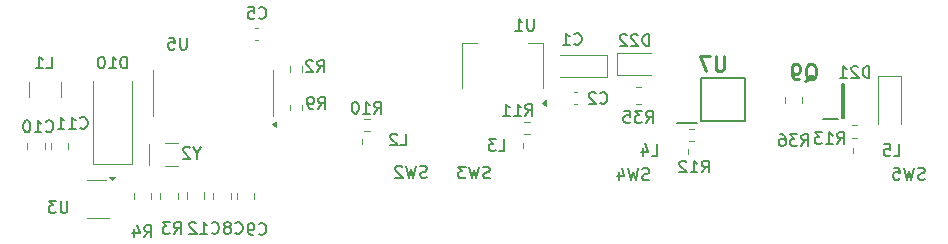
<source format=gbr>
%TF.GenerationSoftware,KiCad,Pcbnew,9.0.1*%
%TF.CreationDate,2025-06-18T23:24:53+09:00*%
%TF.ProjectId,NanoV3.3,4e616e6f-5633-42e3-932e-6b696361645f,rev?*%
%TF.SameCoordinates,Original*%
%TF.FileFunction,Legend,Bot*%
%TF.FilePolarity,Positive*%
%FSLAX46Y46*%
G04 Gerber Fmt 4.6, Leading zero omitted, Abs format (unit mm)*
G04 Created by KiCad (PCBNEW 9.0.1) date 2025-06-18 23:24:53*
%MOMM*%
%LPD*%
G01*
G04 APERTURE LIST*
%ADD10C,0.150000*%
%ADD11C,0.254000*%
%ADD12C,0.120000*%
%ADD13C,0.200000*%
G04 APERTURE END LIST*
D10*
X98666666Y-130454819D02*
X98999999Y-129978628D01*
X99238094Y-130454819D02*
X99238094Y-129454819D01*
X99238094Y-129454819D02*
X98857142Y-129454819D01*
X98857142Y-129454819D02*
X98761904Y-129502438D01*
X98761904Y-129502438D02*
X98714285Y-129550057D01*
X98714285Y-129550057D02*
X98666666Y-129645295D01*
X98666666Y-129645295D02*
X98666666Y-129788152D01*
X98666666Y-129788152D02*
X98714285Y-129883390D01*
X98714285Y-129883390D02*
X98761904Y-129931009D01*
X98761904Y-129931009D02*
X98857142Y-129978628D01*
X98857142Y-129978628D02*
X99238094Y-129978628D01*
X98333332Y-129454819D02*
X97714285Y-129454819D01*
X97714285Y-129454819D02*
X98047618Y-129835771D01*
X98047618Y-129835771D02*
X97904761Y-129835771D01*
X97904761Y-129835771D02*
X97809523Y-129883390D01*
X97809523Y-129883390D02*
X97761904Y-129931009D01*
X97761904Y-129931009D02*
X97714285Y-130026247D01*
X97714285Y-130026247D02*
X97714285Y-130264342D01*
X97714285Y-130264342D02*
X97761904Y-130359580D01*
X97761904Y-130359580D02*
X97809523Y-130407200D01*
X97809523Y-130407200D02*
X97904761Y-130454819D01*
X97904761Y-130454819D02*
X98190475Y-130454819D01*
X98190475Y-130454819D02*
X98285713Y-130407200D01*
X98285713Y-130407200D02*
X98333332Y-130359580D01*
X159627030Y-123859819D02*
X160103220Y-123859819D01*
X160103220Y-123859819D02*
X160103220Y-122859819D01*
X158817506Y-122859819D02*
X159293696Y-122859819D01*
X159293696Y-122859819D02*
X159341315Y-123336009D01*
X159341315Y-123336009D02*
X159293696Y-123288390D01*
X159293696Y-123288390D02*
X159198458Y-123240771D01*
X159198458Y-123240771D02*
X158960363Y-123240771D01*
X158960363Y-123240771D02*
X158865125Y-123288390D01*
X158865125Y-123288390D02*
X158817506Y-123336009D01*
X158817506Y-123336009D02*
X158769887Y-123431247D01*
X158769887Y-123431247D02*
X158769887Y-123669342D01*
X158769887Y-123669342D02*
X158817506Y-123764580D01*
X158817506Y-123764580D02*
X158865125Y-123812200D01*
X158865125Y-123812200D02*
X158960363Y-123859819D01*
X158960363Y-123859819D02*
X159198458Y-123859819D01*
X159198458Y-123859819D02*
X159293696Y-123812200D01*
X159293696Y-123812200D02*
X159341315Y-123764580D01*
X143380115Y-125254819D02*
X143713448Y-124778628D01*
X143951543Y-125254819D02*
X143951543Y-124254819D01*
X143951543Y-124254819D02*
X143570591Y-124254819D01*
X143570591Y-124254819D02*
X143475353Y-124302438D01*
X143475353Y-124302438D02*
X143427734Y-124350057D01*
X143427734Y-124350057D02*
X143380115Y-124445295D01*
X143380115Y-124445295D02*
X143380115Y-124588152D01*
X143380115Y-124588152D02*
X143427734Y-124683390D01*
X143427734Y-124683390D02*
X143475353Y-124731009D01*
X143475353Y-124731009D02*
X143570591Y-124778628D01*
X143570591Y-124778628D02*
X143951543Y-124778628D01*
X142427734Y-125254819D02*
X142999162Y-125254819D01*
X142713448Y-125254819D02*
X142713448Y-124254819D01*
X142713448Y-124254819D02*
X142808686Y-124397676D01*
X142808686Y-124397676D02*
X142903924Y-124492914D01*
X142903924Y-124492914D02*
X142999162Y-124540533D01*
X142046781Y-124350057D02*
X141999162Y-124302438D01*
X141999162Y-124302438D02*
X141903924Y-124254819D01*
X141903924Y-124254819D02*
X141665829Y-124254819D01*
X141665829Y-124254819D02*
X141570591Y-124302438D01*
X141570591Y-124302438D02*
X141522972Y-124350057D01*
X141522972Y-124350057D02*
X141475353Y-124445295D01*
X141475353Y-124445295D02*
X141475353Y-124540533D01*
X141475353Y-124540533D02*
X141522972Y-124683390D01*
X141522972Y-124683390D02*
X142094400Y-125254819D01*
X142094400Y-125254819D02*
X141475353Y-125254819D01*
X90742857Y-121459580D02*
X90790476Y-121507200D01*
X90790476Y-121507200D02*
X90933333Y-121554819D01*
X90933333Y-121554819D02*
X91028571Y-121554819D01*
X91028571Y-121554819D02*
X91171428Y-121507200D01*
X91171428Y-121507200D02*
X91266666Y-121411961D01*
X91266666Y-121411961D02*
X91314285Y-121316723D01*
X91314285Y-121316723D02*
X91361904Y-121126247D01*
X91361904Y-121126247D02*
X91361904Y-120983390D01*
X91361904Y-120983390D02*
X91314285Y-120792914D01*
X91314285Y-120792914D02*
X91266666Y-120697676D01*
X91266666Y-120697676D02*
X91171428Y-120602438D01*
X91171428Y-120602438D02*
X91028571Y-120554819D01*
X91028571Y-120554819D02*
X90933333Y-120554819D01*
X90933333Y-120554819D02*
X90790476Y-120602438D01*
X90790476Y-120602438D02*
X90742857Y-120650057D01*
X89790476Y-121554819D02*
X90361904Y-121554819D01*
X90076190Y-121554819D02*
X90076190Y-120554819D01*
X90076190Y-120554819D02*
X90171428Y-120697676D01*
X90171428Y-120697676D02*
X90266666Y-120792914D01*
X90266666Y-120792914D02*
X90361904Y-120840533D01*
X88838095Y-121554819D02*
X89409523Y-121554819D01*
X89123809Y-121554819D02*
X89123809Y-120554819D01*
X89123809Y-120554819D02*
X89219047Y-120697676D01*
X89219047Y-120697676D02*
X89314285Y-120792914D01*
X89314285Y-120792914D02*
X89409523Y-120840533D01*
X139127030Y-123829819D02*
X139603220Y-123829819D01*
X139603220Y-123829819D02*
X139603220Y-122829819D01*
X138365125Y-123163152D02*
X138365125Y-123829819D01*
X138603220Y-122782200D02*
X138841315Y-123496485D01*
X138841315Y-123496485D02*
X138222268Y-123496485D01*
X103866666Y-130359580D02*
X103914285Y-130407200D01*
X103914285Y-130407200D02*
X104057142Y-130454819D01*
X104057142Y-130454819D02*
X104152380Y-130454819D01*
X104152380Y-130454819D02*
X104295237Y-130407200D01*
X104295237Y-130407200D02*
X104390475Y-130311961D01*
X104390475Y-130311961D02*
X104438094Y-130216723D01*
X104438094Y-130216723D02*
X104485713Y-130026247D01*
X104485713Y-130026247D02*
X104485713Y-129883390D01*
X104485713Y-129883390D02*
X104438094Y-129692914D01*
X104438094Y-129692914D02*
X104390475Y-129597676D01*
X104390475Y-129597676D02*
X104295237Y-129502438D01*
X104295237Y-129502438D02*
X104152380Y-129454819D01*
X104152380Y-129454819D02*
X104057142Y-129454819D01*
X104057142Y-129454819D02*
X103914285Y-129502438D01*
X103914285Y-129502438D02*
X103866666Y-129550057D01*
X103295237Y-129883390D02*
X103390475Y-129835771D01*
X103390475Y-129835771D02*
X103438094Y-129788152D01*
X103438094Y-129788152D02*
X103485713Y-129692914D01*
X103485713Y-129692914D02*
X103485713Y-129645295D01*
X103485713Y-129645295D02*
X103438094Y-129550057D01*
X103438094Y-129550057D02*
X103390475Y-129502438D01*
X103390475Y-129502438D02*
X103295237Y-129454819D01*
X103295237Y-129454819D02*
X103104761Y-129454819D01*
X103104761Y-129454819D02*
X103009523Y-129502438D01*
X103009523Y-129502438D02*
X102961904Y-129550057D01*
X102961904Y-129550057D02*
X102914285Y-129645295D01*
X102914285Y-129645295D02*
X102914285Y-129692914D01*
X102914285Y-129692914D02*
X102961904Y-129788152D01*
X102961904Y-129788152D02*
X103009523Y-129835771D01*
X103009523Y-129835771D02*
X103104761Y-129883390D01*
X103104761Y-129883390D02*
X103295237Y-129883390D01*
X103295237Y-129883390D02*
X103390475Y-129931009D01*
X103390475Y-129931009D02*
X103438094Y-129978628D01*
X103438094Y-129978628D02*
X103485713Y-130073866D01*
X103485713Y-130073866D02*
X103485713Y-130264342D01*
X103485713Y-130264342D02*
X103438094Y-130359580D01*
X103438094Y-130359580D02*
X103390475Y-130407200D01*
X103390475Y-130407200D02*
X103295237Y-130454819D01*
X103295237Y-130454819D02*
X103104761Y-130454819D01*
X103104761Y-130454819D02*
X103009523Y-130407200D01*
X103009523Y-130407200D02*
X102961904Y-130359580D01*
X102961904Y-130359580D02*
X102914285Y-130264342D01*
X102914285Y-130264342D02*
X102914285Y-130073866D01*
X102914285Y-130073866D02*
X102961904Y-129978628D01*
X102961904Y-129978628D02*
X103009523Y-129931009D01*
X103009523Y-129931009D02*
X103104761Y-129883390D01*
X87842857Y-121759580D02*
X87890476Y-121807200D01*
X87890476Y-121807200D02*
X88033333Y-121854819D01*
X88033333Y-121854819D02*
X88128571Y-121854819D01*
X88128571Y-121854819D02*
X88271428Y-121807200D01*
X88271428Y-121807200D02*
X88366666Y-121711961D01*
X88366666Y-121711961D02*
X88414285Y-121616723D01*
X88414285Y-121616723D02*
X88461904Y-121426247D01*
X88461904Y-121426247D02*
X88461904Y-121283390D01*
X88461904Y-121283390D02*
X88414285Y-121092914D01*
X88414285Y-121092914D02*
X88366666Y-120997676D01*
X88366666Y-120997676D02*
X88271428Y-120902438D01*
X88271428Y-120902438D02*
X88128571Y-120854819D01*
X88128571Y-120854819D02*
X88033333Y-120854819D01*
X88033333Y-120854819D02*
X87890476Y-120902438D01*
X87890476Y-120902438D02*
X87842857Y-120950057D01*
X86890476Y-121854819D02*
X87461904Y-121854819D01*
X87176190Y-121854819D02*
X87176190Y-120854819D01*
X87176190Y-120854819D02*
X87271428Y-120997676D01*
X87271428Y-120997676D02*
X87366666Y-121092914D01*
X87366666Y-121092914D02*
X87461904Y-121140533D01*
X86271428Y-120854819D02*
X86176190Y-120854819D01*
X86176190Y-120854819D02*
X86080952Y-120902438D01*
X86080952Y-120902438D02*
X86033333Y-120950057D01*
X86033333Y-120950057D02*
X85985714Y-121045295D01*
X85985714Y-121045295D02*
X85938095Y-121235771D01*
X85938095Y-121235771D02*
X85938095Y-121473866D01*
X85938095Y-121473866D02*
X85985714Y-121664342D01*
X85985714Y-121664342D02*
X86033333Y-121759580D01*
X86033333Y-121759580D02*
X86080952Y-121807200D01*
X86080952Y-121807200D02*
X86176190Y-121854819D01*
X86176190Y-121854819D02*
X86271428Y-121854819D01*
X86271428Y-121854819D02*
X86366666Y-121807200D01*
X86366666Y-121807200D02*
X86414285Y-121759580D01*
X86414285Y-121759580D02*
X86461904Y-121664342D01*
X86461904Y-121664342D02*
X86509523Y-121473866D01*
X86509523Y-121473866D02*
X86509523Y-121235771D01*
X86509523Y-121235771D02*
X86461904Y-121045295D01*
X86461904Y-121045295D02*
X86414285Y-120950057D01*
X86414285Y-120950057D02*
X86366666Y-120902438D01*
X86366666Y-120902438D02*
X86271428Y-120854819D01*
X134766666Y-119359580D02*
X134814285Y-119407200D01*
X134814285Y-119407200D02*
X134957142Y-119454819D01*
X134957142Y-119454819D02*
X135052380Y-119454819D01*
X135052380Y-119454819D02*
X135195237Y-119407200D01*
X135195237Y-119407200D02*
X135290475Y-119311961D01*
X135290475Y-119311961D02*
X135338094Y-119216723D01*
X135338094Y-119216723D02*
X135385713Y-119026247D01*
X135385713Y-119026247D02*
X135385713Y-118883390D01*
X135385713Y-118883390D02*
X135338094Y-118692914D01*
X135338094Y-118692914D02*
X135290475Y-118597676D01*
X135290475Y-118597676D02*
X135195237Y-118502438D01*
X135195237Y-118502438D02*
X135052380Y-118454819D01*
X135052380Y-118454819D02*
X134957142Y-118454819D01*
X134957142Y-118454819D02*
X134814285Y-118502438D01*
X134814285Y-118502438D02*
X134766666Y-118550057D01*
X134385713Y-118550057D02*
X134338094Y-118502438D01*
X134338094Y-118502438D02*
X134242856Y-118454819D01*
X134242856Y-118454819D02*
X134004761Y-118454819D01*
X134004761Y-118454819D02*
X133909523Y-118502438D01*
X133909523Y-118502438D02*
X133861904Y-118550057D01*
X133861904Y-118550057D02*
X133814285Y-118645295D01*
X133814285Y-118645295D02*
X133814285Y-118740533D01*
X133814285Y-118740533D02*
X133861904Y-118883390D01*
X133861904Y-118883390D02*
X134433332Y-119454819D01*
X134433332Y-119454819D02*
X133814285Y-119454819D01*
X110826666Y-116754819D02*
X111159999Y-116278628D01*
X111398094Y-116754819D02*
X111398094Y-115754819D01*
X111398094Y-115754819D02*
X111017142Y-115754819D01*
X111017142Y-115754819D02*
X110921904Y-115802438D01*
X110921904Y-115802438D02*
X110874285Y-115850057D01*
X110874285Y-115850057D02*
X110826666Y-115945295D01*
X110826666Y-115945295D02*
X110826666Y-116088152D01*
X110826666Y-116088152D02*
X110874285Y-116183390D01*
X110874285Y-116183390D02*
X110921904Y-116231009D01*
X110921904Y-116231009D02*
X111017142Y-116278628D01*
X111017142Y-116278628D02*
X111398094Y-116278628D01*
X110445713Y-115850057D02*
X110398094Y-115802438D01*
X110398094Y-115802438D02*
X110302856Y-115754819D01*
X110302856Y-115754819D02*
X110064761Y-115754819D01*
X110064761Y-115754819D02*
X109969523Y-115802438D01*
X109969523Y-115802438D02*
X109921904Y-115850057D01*
X109921904Y-115850057D02*
X109874285Y-115945295D01*
X109874285Y-115945295D02*
X109874285Y-116040533D01*
X109874285Y-116040533D02*
X109921904Y-116183390D01*
X109921904Y-116183390D02*
X110493332Y-116754819D01*
X110493332Y-116754819D02*
X109874285Y-116754819D01*
D11*
X152120952Y-117495270D02*
X152241904Y-117434794D01*
X152241904Y-117434794D02*
X152362857Y-117313842D01*
X152362857Y-117313842D02*
X152544285Y-117132413D01*
X152544285Y-117132413D02*
X152665238Y-117071937D01*
X152665238Y-117071937D02*
X152786190Y-117071937D01*
X152725714Y-117374318D02*
X152846666Y-117313842D01*
X152846666Y-117313842D02*
X152967619Y-117192889D01*
X152967619Y-117192889D02*
X153028095Y-116950984D01*
X153028095Y-116950984D02*
X153028095Y-116527651D01*
X153028095Y-116527651D02*
X152967619Y-116285746D01*
X152967619Y-116285746D02*
X152846666Y-116164794D01*
X152846666Y-116164794D02*
X152725714Y-116104318D01*
X152725714Y-116104318D02*
X152483809Y-116104318D01*
X152483809Y-116104318D02*
X152362857Y-116164794D01*
X152362857Y-116164794D02*
X152241904Y-116285746D01*
X152241904Y-116285746D02*
X152181428Y-116527651D01*
X152181428Y-116527651D02*
X152181428Y-116950984D01*
X152181428Y-116950984D02*
X152241904Y-117192889D01*
X152241904Y-117192889D02*
X152362857Y-117313842D01*
X152362857Y-117313842D02*
X152483809Y-117374318D01*
X152483809Y-117374318D02*
X152725714Y-117374318D01*
X151576666Y-117374318D02*
X151334762Y-117374318D01*
X151334762Y-117374318D02*
X151213809Y-117313842D01*
X151213809Y-117313842D02*
X151153333Y-117253365D01*
X151153333Y-117253365D02*
X151032381Y-117071937D01*
X151032381Y-117071937D02*
X150971904Y-116830032D01*
X150971904Y-116830032D02*
X150971904Y-116346222D01*
X150971904Y-116346222D02*
X151032381Y-116225270D01*
X151032381Y-116225270D02*
X151092857Y-116164794D01*
X151092857Y-116164794D02*
X151213809Y-116104318D01*
X151213809Y-116104318D02*
X151455714Y-116104318D01*
X151455714Y-116104318D02*
X151576666Y-116164794D01*
X151576666Y-116164794D02*
X151637143Y-116225270D01*
X151637143Y-116225270D02*
X151697619Y-116346222D01*
X151697619Y-116346222D02*
X151697619Y-116648603D01*
X151697619Y-116648603D02*
X151637143Y-116769556D01*
X151637143Y-116769556D02*
X151576666Y-116830032D01*
X151576666Y-116830032D02*
X151455714Y-116890508D01*
X151455714Y-116890508D02*
X151213809Y-116890508D01*
X151213809Y-116890508D02*
X151092857Y-116830032D01*
X151092857Y-116830032D02*
X151032381Y-116769556D01*
X151032381Y-116769556D02*
X150971904Y-116648603D01*
X145267619Y-115404318D02*
X145267619Y-116432413D01*
X145267619Y-116432413D02*
X145207142Y-116553365D01*
X145207142Y-116553365D02*
X145146666Y-116613842D01*
X145146666Y-116613842D02*
X145025714Y-116674318D01*
X145025714Y-116674318D02*
X144783809Y-116674318D01*
X144783809Y-116674318D02*
X144662857Y-116613842D01*
X144662857Y-116613842D02*
X144602380Y-116553365D01*
X144602380Y-116553365D02*
X144541904Y-116432413D01*
X144541904Y-116432413D02*
X144541904Y-115404318D01*
X144058095Y-115404318D02*
X143211428Y-115404318D01*
X143211428Y-115404318D02*
X143755714Y-116674318D01*
D10*
X125424173Y-125722200D02*
X125281316Y-125769819D01*
X125281316Y-125769819D02*
X125043221Y-125769819D01*
X125043221Y-125769819D02*
X124947983Y-125722200D01*
X124947983Y-125722200D02*
X124900364Y-125674580D01*
X124900364Y-125674580D02*
X124852745Y-125579342D01*
X124852745Y-125579342D02*
X124852745Y-125484104D01*
X124852745Y-125484104D02*
X124900364Y-125388866D01*
X124900364Y-125388866D02*
X124947983Y-125341247D01*
X124947983Y-125341247D02*
X125043221Y-125293628D01*
X125043221Y-125293628D02*
X125233697Y-125246009D01*
X125233697Y-125246009D02*
X125328935Y-125198390D01*
X125328935Y-125198390D02*
X125376554Y-125150771D01*
X125376554Y-125150771D02*
X125424173Y-125055533D01*
X125424173Y-125055533D02*
X125424173Y-124960295D01*
X125424173Y-124960295D02*
X125376554Y-124865057D01*
X125376554Y-124865057D02*
X125328935Y-124817438D01*
X125328935Y-124817438D02*
X125233697Y-124769819D01*
X125233697Y-124769819D02*
X124995602Y-124769819D01*
X124995602Y-124769819D02*
X124852745Y-124817438D01*
X124519411Y-124769819D02*
X124281316Y-125769819D01*
X124281316Y-125769819D02*
X124090840Y-125055533D01*
X124090840Y-125055533D02*
X123900364Y-125769819D01*
X123900364Y-125769819D02*
X123662269Y-124769819D01*
X123376554Y-124769819D02*
X122757507Y-124769819D01*
X122757507Y-124769819D02*
X123090840Y-125150771D01*
X123090840Y-125150771D02*
X122947983Y-125150771D01*
X122947983Y-125150771D02*
X122852745Y-125198390D01*
X122852745Y-125198390D02*
X122805126Y-125246009D01*
X122805126Y-125246009D02*
X122757507Y-125341247D01*
X122757507Y-125341247D02*
X122757507Y-125579342D01*
X122757507Y-125579342D02*
X122805126Y-125674580D01*
X122805126Y-125674580D02*
X122852745Y-125722200D01*
X122852745Y-125722200D02*
X122947983Y-125769819D01*
X122947983Y-125769819D02*
X123233697Y-125769819D01*
X123233697Y-125769819D02*
X123328935Y-125722200D01*
X123328935Y-125722200D02*
X123376554Y-125674580D01*
X105866666Y-112159580D02*
X105914285Y-112207200D01*
X105914285Y-112207200D02*
X106057142Y-112254819D01*
X106057142Y-112254819D02*
X106152380Y-112254819D01*
X106152380Y-112254819D02*
X106295237Y-112207200D01*
X106295237Y-112207200D02*
X106390475Y-112111961D01*
X106390475Y-112111961D02*
X106438094Y-112016723D01*
X106438094Y-112016723D02*
X106485713Y-111826247D01*
X106485713Y-111826247D02*
X106485713Y-111683390D01*
X106485713Y-111683390D02*
X106438094Y-111492914D01*
X106438094Y-111492914D02*
X106390475Y-111397676D01*
X106390475Y-111397676D02*
X106295237Y-111302438D01*
X106295237Y-111302438D02*
X106152380Y-111254819D01*
X106152380Y-111254819D02*
X106057142Y-111254819D01*
X106057142Y-111254819D02*
X105914285Y-111302438D01*
X105914285Y-111302438D02*
X105866666Y-111350057D01*
X104961904Y-111254819D02*
X105438094Y-111254819D01*
X105438094Y-111254819D02*
X105485713Y-111731009D01*
X105485713Y-111731009D02*
X105438094Y-111683390D01*
X105438094Y-111683390D02*
X105342856Y-111635771D01*
X105342856Y-111635771D02*
X105104761Y-111635771D01*
X105104761Y-111635771D02*
X105009523Y-111683390D01*
X105009523Y-111683390D02*
X104961904Y-111731009D01*
X104961904Y-111731009D02*
X104914285Y-111826247D01*
X104914285Y-111826247D02*
X104914285Y-112064342D01*
X104914285Y-112064342D02*
X104961904Y-112159580D01*
X104961904Y-112159580D02*
X105009523Y-112207200D01*
X105009523Y-112207200D02*
X105104761Y-112254819D01*
X105104761Y-112254819D02*
X105342856Y-112254819D01*
X105342856Y-112254819D02*
X105438094Y-112207200D01*
X105438094Y-112207200D02*
X105485713Y-112159580D01*
X132566666Y-114359580D02*
X132614285Y-114407200D01*
X132614285Y-114407200D02*
X132757142Y-114454819D01*
X132757142Y-114454819D02*
X132852380Y-114454819D01*
X132852380Y-114454819D02*
X132995237Y-114407200D01*
X132995237Y-114407200D02*
X133090475Y-114311961D01*
X133090475Y-114311961D02*
X133138094Y-114216723D01*
X133138094Y-114216723D02*
X133185713Y-114026247D01*
X133185713Y-114026247D02*
X133185713Y-113883390D01*
X133185713Y-113883390D02*
X133138094Y-113692914D01*
X133138094Y-113692914D02*
X133090475Y-113597676D01*
X133090475Y-113597676D02*
X132995237Y-113502438D01*
X132995237Y-113502438D02*
X132852380Y-113454819D01*
X132852380Y-113454819D02*
X132757142Y-113454819D01*
X132757142Y-113454819D02*
X132614285Y-113502438D01*
X132614285Y-113502438D02*
X132566666Y-113550057D01*
X131614285Y-114454819D02*
X132185713Y-114454819D01*
X131899999Y-114454819D02*
X131899999Y-113454819D01*
X131899999Y-113454819D02*
X131995237Y-113597676D01*
X131995237Y-113597676D02*
X132090475Y-113692914D01*
X132090475Y-113692914D02*
X132185713Y-113740533D01*
X128442857Y-120454819D02*
X128776190Y-119978628D01*
X129014285Y-120454819D02*
X129014285Y-119454819D01*
X129014285Y-119454819D02*
X128633333Y-119454819D01*
X128633333Y-119454819D02*
X128538095Y-119502438D01*
X128538095Y-119502438D02*
X128490476Y-119550057D01*
X128490476Y-119550057D02*
X128442857Y-119645295D01*
X128442857Y-119645295D02*
X128442857Y-119788152D01*
X128442857Y-119788152D02*
X128490476Y-119883390D01*
X128490476Y-119883390D02*
X128538095Y-119931009D01*
X128538095Y-119931009D02*
X128633333Y-119978628D01*
X128633333Y-119978628D02*
X129014285Y-119978628D01*
X127490476Y-120454819D02*
X128061904Y-120454819D01*
X127776190Y-120454819D02*
X127776190Y-119454819D01*
X127776190Y-119454819D02*
X127871428Y-119597676D01*
X127871428Y-119597676D02*
X127966666Y-119692914D01*
X127966666Y-119692914D02*
X128061904Y-119740533D01*
X126538095Y-120454819D02*
X127109523Y-120454819D01*
X126823809Y-120454819D02*
X126823809Y-119454819D01*
X126823809Y-119454819D02*
X126919047Y-119597676D01*
X126919047Y-119597676D02*
X127014285Y-119692914D01*
X127014285Y-119692914D02*
X127109523Y-119740533D01*
X138914285Y-114554819D02*
X138914285Y-113554819D01*
X138914285Y-113554819D02*
X138676190Y-113554819D01*
X138676190Y-113554819D02*
X138533333Y-113602438D01*
X138533333Y-113602438D02*
X138438095Y-113697676D01*
X138438095Y-113697676D02*
X138390476Y-113792914D01*
X138390476Y-113792914D02*
X138342857Y-113983390D01*
X138342857Y-113983390D02*
X138342857Y-114126247D01*
X138342857Y-114126247D02*
X138390476Y-114316723D01*
X138390476Y-114316723D02*
X138438095Y-114411961D01*
X138438095Y-114411961D02*
X138533333Y-114507200D01*
X138533333Y-114507200D02*
X138676190Y-114554819D01*
X138676190Y-114554819D02*
X138914285Y-114554819D01*
X137961904Y-113650057D02*
X137914285Y-113602438D01*
X137914285Y-113602438D02*
X137819047Y-113554819D01*
X137819047Y-113554819D02*
X137580952Y-113554819D01*
X137580952Y-113554819D02*
X137485714Y-113602438D01*
X137485714Y-113602438D02*
X137438095Y-113650057D01*
X137438095Y-113650057D02*
X137390476Y-113745295D01*
X137390476Y-113745295D02*
X137390476Y-113840533D01*
X137390476Y-113840533D02*
X137438095Y-113983390D01*
X137438095Y-113983390D02*
X138009523Y-114554819D01*
X138009523Y-114554819D02*
X137390476Y-114554819D01*
X137009523Y-113650057D02*
X136961904Y-113602438D01*
X136961904Y-113602438D02*
X136866666Y-113554819D01*
X136866666Y-113554819D02*
X136628571Y-113554819D01*
X136628571Y-113554819D02*
X136533333Y-113602438D01*
X136533333Y-113602438D02*
X136485714Y-113650057D01*
X136485714Y-113650057D02*
X136438095Y-113745295D01*
X136438095Y-113745295D02*
X136438095Y-113840533D01*
X136438095Y-113840533D02*
X136485714Y-113983390D01*
X136485714Y-113983390D02*
X137057142Y-114554819D01*
X137057142Y-114554819D02*
X136438095Y-114554819D01*
X105866666Y-130459580D02*
X105914285Y-130507200D01*
X105914285Y-130507200D02*
X106057142Y-130554819D01*
X106057142Y-130554819D02*
X106152380Y-130554819D01*
X106152380Y-130554819D02*
X106295237Y-130507200D01*
X106295237Y-130507200D02*
X106390475Y-130411961D01*
X106390475Y-130411961D02*
X106438094Y-130316723D01*
X106438094Y-130316723D02*
X106485713Y-130126247D01*
X106485713Y-130126247D02*
X106485713Y-129983390D01*
X106485713Y-129983390D02*
X106438094Y-129792914D01*
X106438094Y-129792914D02*
X106390475Y-129697676D01*
X106390475Y-129697676D02*
X106295237Y-129602438D01*
X106295237Y-129602438D02*
X106152380Y-129554819D01*
X106152380Y-129554819D02*
X106057142Y-129554819D01*
X106057142Y-129554819D02*
X105914285Y-129602438D01*
X105914285Y-129602438D02*
X105866666Y-129650057D01*
X105390475Y-130554819D02*
X105199999Y-130554819D01*
X105199999Y-130554819D02*
X105104761Y-130507200D01*
X105104761Y-130507200D02*
X105057142Y-130459580D01*
X105057142Y-130459580D02*
X104961904Y-130316723D01*
X104961904Y-130316723D02*
X104914285Y-130126247D01*
X104914285Y-130126247D02*
X104914285Y-129745295D01*
X104914285Y-129745295D02*
X104961904Y-129650057D01*
X104961904Y-129650057D02*
X105009523Y-129602438D01*
X105009523Y-129602438D02*
X105104761Y-129554819D01*
X105104761Y-129554819D02*
X105295237Y-129554819D01*
X105295237Y-129554819D02*
X105390475Y-129602438D01*
X105390475Y-129602438D02*
X105438094Y-129650057D01*
X105438094Y-129650057D02*
X105485713Y-129745295D01*
X105485713Y-129745295D02*
X105485713Y-129983390D01*
X105485713Y-129983390D02*
X105438094Y-130078628D01*
X105438094Y-130078628D02*
X105390475Y-130126247D01*
X105390475Y-130126247D02*
X105295237Y-130173866D01*
X105295237Y-130173866D02*
X105104761Y-130173866D01*
X105104761Y-130173866D02*
X105009523Y-130126247D01*
X105009523Y-130126247D02*
X104961904Y-130078628D01*
X104961904Y-130078628D02*
X104914285Y-129983390D01*
X99761904Y-113854819D02*
X99761904Y-114664342D01*
X99761904Y-114664342D02*
X99714285Y-114759580D01*
X99714285Y-114759580D02*
X99666666Y-114807200D01*
X99666666Y-114807200D02*
X99571428Y-114854819D01*
X99571428Y-114854819D02*
X99380952Y-114854819D01*
X99380952Y-114854819D02*
X99285714Y-114807200D01*
X99285714Y-114807200D02*
X99238095Y-114759580D01*
X99238095Y-114759580D02*
X99190476Y-114664342D01*
X99190476Y-114664342D02*
X99190476Y-113854819D01*
X98238095Y-113854819D02*
X98714285Y-113854819D01*
X98714285Y-113854819D02*
X98761904Y-114331009D01*
X98761904Y-114331009D02*
X98714285Y-114283390D01*
X98714285Y-114283390D02*
X98619047Y-114235771D01*
X98619047Y-114235771D02*
X98380952Y-114235771D01*
X98380952Y-114235771D02*
X98285714Y-114283390D01*
X98285714Y-114283390D02*
X98238095Y-114331009D01*
X98238095Y-114331009D02*
X98190476Y-114426247D01*
X98190476Y-114426247D02*
X98190476Y-114664342D01*
X98190476Y-114664342D02*
X98238095Y-114759580D01*
X98238095Y-114759580D02*
X98285714Y-114807200D01*
X98285714Y-114807200D02*
X98380952Y-114854819D01*
X98380952Y-114854819D02*
X98619047Y-114854819D01*
X98619047Y-114854819D02*
X98714285Y-114807200D01*
X98714285Y-114807200D02*
X98761904Y-114759580D01*
X151802857Y-123014819D02*
X152136190Y-122538628D01*
X152374285Y-123014819D02*
X152374285Y-122014819D01*
X152374285Y-122014819D02*
X151993333Y-122014819D01*
X151993333Y-122014819D02*
X151898095Y-122062438D01*
X151898095Y-122062438D02*
X151850476Y-122110057D01*
X151850476Y-122110057D02*
X151802857Y-122205295D01*
X151802857Y-122205295D02*
X151802857Y-122348152D01*
X151802857Y-122348152D02*
X151850476Y-122443390D01*
X151850476Y-122443390D02*
X151898095Y-122491009D01*
X151898095Y-122491009D02*
X151993333Y-122538628D01*
X151993333Y-122538628D02*
X152374285Y-122538628D01*
X151469523Y-122014819D02*
X150850476Y-122014819D01*
X150850476Y-122014819D02*
X151183809Y-122395771D01*
X151183809Y-122395771D02*
X151040952Y-122395771D01*
X151040952Y-122395771D02*
X150945714Y-122443390D01*
X150945714Y-122443390D02*
X150898095Y-122491009D01*
X150898095Y-122491009D02*
X150850476Y-122586247D01*
X150850476Y-122586247D02*
X150850476Y-122824342D01*
X150850476Y-122824342D02*
X150898095Y-122919580D01*
X150898095Y-122919580D02*
X150945714Y-122967200D01*
X150945714Y-122967200D02*
X151040952Y-123014819D01*
X151040952Y-123014819D02*
X151326666Y-123014819D01*
X151326666Y-123014819D02*
X151421904Y-122967200D01*
X151421904Y-122967200D02*
X151469523Y-122919580D01*
X149993333Y-122014819D02*
X150183809Y-122014819D01*
X150183809Y-122014819D02*
X150279047Y-122062438D01*
X150279047Y-122062438D02*
X150326666Y-122110057D01*
X150326666Y-122110057D02*
X150421904Y-122252914D01*
X150421904Y-122252914D02*
X150469523Y-122443390D01*
X150469523Y-122443390D02*
X150469523Y-122824342D01*
X150469523Y-122824342D02*
X150421904Y-122919580D01*
X150421904Y-122919580D02*
X150374285Y-122967200D01*
X150374285Y-122967200D02*
X150279047Y-123014819D01*
X150279047Y-123014819D02*
X150088571Y-123014819D01*
X150088571Y-123014819D02*
X149993333Y-122967200D01*
X149993333Y-122967200D02*
X149945714Y-122919580D01*
X149945714Y-122919580D02*
X149898095Y-122824342D01*
X149898095Y-122824342D02*
X149898095Y-122586247D01*
X149898095Y-122586247D02*
X149945714Y-122491009D01*
X149945714Y-122491009D02*
X149993333Y-122443390D01*
X149993333Y-122443390D02*
X150088571Y-122395771D01*
X150088571Y-122395771D02*
X150279047Y-122395771D01*
X150279047Y-122395771D02*
X150374285Y-122443390D01*
X150374285Y-122443390D02*
X150421904Y-122491009D01*
X150421904Y-122491009D02*
X150469523Y-122586247D01*
X157554285Y-117254819D02*
X157554285Y-116254819D01*
X157554285Y-116254819D02*
X157316190Y-116254819D01*
X157316190Y-116254819D02*
X157173333Y-116302438D01*
X157173333Y-116302438D02*
X157078095Y-116397676D01*
X157078095Y-116397676D02*
X157030476Y-116492914D01*
X157030476Y-116492914D02*
X156982857Y-116683390D01*
X156982857Y-116683390D02*
X156982857Y-116826247D01*
X156982857Y-116826247D02*
X157030476Y-117016723D01*
X157030476Y-117016723D02*
X157078095Y-117111961D01*
X157078095Y-117111961D02*
X157173333Y-117207200D01*
X157173333Y-117207200D02*
X157316190Y-117254819D01*
X157316190Y-117254819D02*
X157554285Y-117254819D01*
X156601904Y-116350057D02*
X156554285Y-116302438D01*
X156554285Y-116302438D02*
X156459047Y-116254819D01*
X156459047Y-116254819D02*
X156220952Y-116254819D01*
X156220952Y-116254819D02*
X156125714Y-116302438D01*
X156125714Y-116302438D02*
X156078095Y-116350057D01*
X156078095Y-116350057D02*
X156030476Y-116445295D01*
X156030476Y-116445295D02*
X156030476Y-116540533D01*
X156030476Y-116540533D02*
X156078095Y-116683390D01*
X156078095Y-116683390D02*
X156649523Y-117254819D01*
X156649523Y-117254819D02*
X156030476Y-117254819D01*
X155078095Y-117254819D02*
X155649523Y-117254819D01*
X155363809Y-117254819D02*
X155363809Y-116254819D01*
X155363809Y-116254819D02*
X155459047Y-116397676D01*
X155459047Y-116397676D02*
X155554285Y-116492914D01*
X155554285Y-116492914D02*
X155649523Y-116540533D01*
X138642857Y-121054819D02*
X138976190Y-120578628D01*
X139214285Y-121054819D02*
X139214285Y-120054819D01*
X139214285Y-120054819D02*
X138833333Y-120054819D01*
X138833333Y-120054819D02*
X138738095Y-120102438D01*
X138738095Y-120102438D02*
X138690476Y-120150057D01*
X138690476Y-120150057D02*
X138642857Y-120245295D01*
X138642857Y-120245295D02*
X138642857Y-120388152D01*
X138642857Y-120388152D02*
X138690476Y-120483390D01*
X138690476Y-120483390D02*
X138738095Y-120531009D01*
X138738095Y-120531009D02*
X138833333Y-120578628D01*
X138833333Y-120578628D02*
X139214285Y-120578628D01*
X138309523Y-120054819D02*
X137690476Y-120054819D01*
X137690476Y-120054819D02*
X138023809Y-120435771D01*
X138023809Y-120435771D02*
X137880952Y-120435771D01*
X137880952Y-120435771D02*
X137785714Y-120483390D01*
X137785714Y-120483390D02*
X137738095Y-120531009D01*
X137738095Y-120531009D02*
X137690476Y-120626247D01*
X137690476Y-120626247D02*
X137690476Y-120864342D01*
X137690476Y-120864342D02*
X137738095Y-120959580D01*
X137738095Y-120959580D02*
X137785714Y-121007200D01*
X137785714Y-121007200D02*
X137880952Y-121054819D01*
X137880952Y-121054819D02*
X138166666Y-121054819D01*
X138166666Y-121054819D02*
X138261904Y-121007200D01*
X138261904Y-121007200D02*
X138309523Y-120959580D01*
X136785714Y-120054819D02*
X137261904Y-120054819D01*
X137261904Y-120054819D02*
X137309523Y-120531009D01*
X137309523Y-120531009D02*
X137261904Y-120483390D01*
X137261904Y-120483390D02*
X137166666Y-120435771D01*
X137166666Y-120435771D02*
X136928571Y-120435771D01*
X136928571Y-120435771D02*
X136833333Y-120483390D01*
X136833333Y-120483390D02*
X136785714Y-120531009D01*
X136785714Y-120531009D02*
X136738095Y-120626247D01*
X136738095Y-120626247D02*
X136738095Y-120864342D01*
X136738095Y-120864342D02*
X136785714Y-120959580D01*
X136785714Y-120959580D02*
X136833333Y-121007200D01*
X136833333Y-121007200D02*
X136928571Y-121054819D01*
X136928571Y-121054819D02*
X137166666Y-121054819D01*
X137166666Y-121054819D02*
X137261904Y-121007200D01*
X137261904Y-121007200D02*
X137309523Y-120959580D01*
X126187030Y-123439819D02*
X126663220Y-123439819D01*
X126663220Y-123439819D02*
X126663220Y-122439819D01*
X125948934Y-122439819D02*
X125329887Y-122439819D01*
X125329887Y-122439819D02*
X125663220Y-122820771D01*
X125663220Y-122820771D02*
X125520363Y-122820771D01*
X125520363Y-122820771D02*
X125425125Y-122868390D01*
X125425125Y-122868390D02*
X125377506Y-122916009D01*
X125377506Y-122916009D02*
X125329887Y-123011247D01*
X125329887Y-123011247D02*
X125329887Y-123249342D01*
X125329887Y-123249342D02*
X125377506Y-123344580D01*
X125377506Y-123344580D02*
X125425125Y-123392200D01*
X125425125Y-123392200D02*
X125520363Y-123439819D01*
X125520363Y-123439819D02*
X125806077Y-123439819D01*
X125806077Y-123439819D02*
X125901315Y-123392200D01*
X125901315Y-123392200D02*
X125948934Y-123344580D01*
X101877857Y-130359580D02*
X101925476Y-130407200D01*
X101925476Y-130407200D02*
X102068333Y-130454819D01*
X102068333Y-130454819D02*
X102163571Y-130454819D01*
X102163571Y-130454819D02*
X102306428Y-130407200D01*
X102306428Y-130407200D02*
X102401666Y-130311961D01*
X102401666Y-130311961D02*
X102449285Y-130216723D01*
X102449285Y-130216723D02*
X102496904Y-130026247D01*
X102496904Y-130026247D02*
X102496904Y-129883390D01*
X102496904Y-129883390D02*
X102449285Y-129692914D01*
X102449285Y-129692914D02*
X102401666Y-129597676D01*
X102401666Y-129597676D02*
X102306428Y-129502438D01*
X102306428Y-129502438D02*
X102163571Y-129454819D01*
X102163571Y-129454819D02*
X102068333Y-129454819D01*
X102068333Y-129454819D02*
X101925476Y-129502438D01*
X101925476Y-129502438D02*
X101877857Y-129550057D01*
X100925476Y-130454819D02*
X101496904Y-130454819D01*
X101211190Y-130454819D02*
X101211190Y-129454819D01*
X101211190Y-129454819D02*
X101306428Y-129597676D01*
X101306428Y-129597676D02*
X101401666Y-129692914D01*
X101401666Y-129692914D02*
X101496904Y-129740533D01*
X100544523Y-129550057D02*
X100496904Y-129502438D01*
X100496904Y-129502438D02*
X100401666Y-129454819D01*
X100401666Y-129454819D02*
X100163571Y-129454819D01*
X100163571Y-129454819D02*
X100068333Y-129502438D01*
X100068333Y-129502438D02*
X100020714Y-129550057D01*
X100020714Y-129550057D02*
X99973095Y-129645295D01*
X99973095Y-129645295D02*
X99973095Y-129740533D01*
X99973095Y-129740533D02*
X100020714Y-129883390D01*
X100020714Y-129883390D02*
X100592142Y-130454819D01*
X100592142Y-130454819D02*
X99973095Y-130454819D01*
X120090839Y-125662200D02*
X119947982Y-125709819D01*
X119947982Y-125709819D02*
X119709887Y-125709819D01*
X119709887Y-125709819D02*
X119614649Y-125662200D01*
X119614649Y-125662200D02*
X119567030Y-125614580D01*
X119567030Y-125614580D02*
X119519411Y-125519342D01*
X119519411Y-125519342D02*
X119519411Y-125424104D01*
X119519411Y-125424104D02*
X119567030Y-125328866D01*
X119567030Y-125328866D02*
X119614649Y-125281247D01*
X119614649Y-125281247D02*
X119709887Y-125233628D01*
X119709887Y-125233628D02*
X119900363Y-125186009D01*
X119900363Y-125186009D02*
X119995601Y-125138390D01*
X119995601Y-125138390D02*
X120043220Y-125090771D01*
X120043220Y-125090771D02*
X120090839Y-124995533D01*
X120090839Y-124995533D02*
X120090839Y-124900295D01*
X120090839Y-124900295D02*
X120043220Y-124805057D01*
X120043220Y-124805057D02*
X119995601Y-124757438D01*
X119995601Y-124757438D02*
X119900363Y-124709819D01*
X119900363Y-124709819D02*
X119662268Y-124709819D01*
X119662268Y-124709819D02*
X119519411Y-124757438D01*
X119186077Y-124709819D02*
X118947982Y-125709819D01*
X118947982Y-125709819D02*
X118757506Y-124995533D01*
X118757506Y-124995533D02*
X118567030Y-125709819D01*
X118567030Y-125709819D02*
X118328935Y-124709819D01*
X117995601Y-124805057D02*
X117947982Y-124757438D01*
X117947982Y-124757438D02*
X117852744Y-124709819D01*
X117852744Y-124709819D02*
X117614649Y-124709819D01*
X117614649Y-124709819D02*
X117519411Y-124757438D01*
X117519411Y-124757438D02*
X117471792Y-124805057D01*
X117471792Y-124805057D02*
X117424173Y-124900295D01*
X117424173Y-124900295D02*
X117424173Y-124995533D01*
X117424173Y-124995533D02*
X117471792Y-125138390D01*
X117471792Y-125138390D02*
X118043220Y-125709819D01*
X118043220Y-125709819D02*
X117424173Y-125709819D01*
X115642857Y-120274819D02*
X115976190Y-119798628D01*
X116214285Y-120274819D02*
X116214285Y-119274819D01*
X116214285Y-119274819D02*
X115833333Y-119274819D01*
X115833333Y-119274819D02*
X115738095Y-119322438D01*
X115738095Y-119322438D02*
X115690476Y-119370057D01*
X115690476Y-119370057D02*
X115642857Y-119465295D01*
X115642857Y-119465295D02*
X115642857Y-119608152D01*
X115642857Y-119608152D02*
X115690476Y-119703390D01*
X115690476Y-119703390D02*
X115738095Y-119751009D01*
X115738095Y-119751009D02*
X115833333Y-119798628D01*
X115833333Y-119798628D02*
X116214285Y-119798628D01*
X114690476Y-120274819D02*
X115261904Y-120274819D01*
X114976190Y-120274819D02*
X114976190Y-119274819D01*
X114976190Y-119274819D02*
X115071428Y-119417676D01*
X115071428Y-119417676D02*
X115166666Y-119512914D01*
X115166666Y-119512914D02*
X115261904Y-119560533D01*
X114071428Y-119274819D02*
X113976190Y-119274819D01*
X113976190Y-119274819D02*
X113880952Y-119322438D01*
X113880952Y-119322438D02*
X113833333Y-119370057D01*
X113833333Y-119370057D02*
X113785714Y-119465295D01*
X113785714Y-119465295D02*
X113738095Y-119655771D01*
X113738095Y-119655771D02*
X113738095Y-119893866D01*
X113738095Y-119893866D02*
X113785714Y-120084342D01*
X113785714Y-120084342D02*
X113833333Y-120179580D01*
X113833333Y-120179580D02*
X113880952Y-120227200D01*
X113880952Y-120227200D02*
X113976190Y-120274819D01*
X113976190Y-120274819D02*
X114071428Y-120274819D01*
X114071428Y-120274819D02*
X114166666Y-120227200D01*
X114166666Y-120227200D02*
X114214285Y-120179580D01*
X114214285Y-120179580D02*
X114261904Y-120084342D01*
X114261904Y-120084342D02*
X114309523Y-119893866D01*
X114309523Y-119893866D02*
X114309523Y-119655771D01*
X114309523Y-119655771D02*
X114261904Y-119465295D01*
X114261904Y-119465295D02*
X114214285Y-119370057D01*
X114214285Y-119370057D02*
X114166666Y-119322438D01*
X114166666Y-119322438D02*
X114071428Y-119274819D01*
X138907505Y-125862200D02*
X138764648Y-125909819D01*
X138764648Y-125909819D02*
X138526553Y-125909819D01*
X138526553Y-125909819D02*
X138431315Y-125862200D01*
X138431315Y-125862200D02*
X138383696Y-125814580D01*
X138383696Y-125814580D02*
X138336077Y-125719342D01*
X138336077Y-125719342D02*
X138336077Y-125624104D01*
X138336077Y-125624104D02*
X138383696Y-125528866D01*
X138383696Y-125528866D02*
X138431315Y-125481247D01*
X138431315Y-125481247D02*
X138526553Y-125433628D01*
X138526553Y-125433628D02*
X138717029Y-125386009D01*
X138717029Y-125386009D02*
X138812267Y-125338390D01*
X138812267Y-125338390D02*
X138859886Y-125290771D01*
X138859886Y-125290771D02*
X138907505Y-125195533D01*
X138907505Y-125195533D02*
X138907505Y-125100295D01*
X138907505Y-125100295D02*
X138859886Y-125005057D01*
X138859886Y-125005057D02*
X138812267Y-124957438D01*
X138812267Y-124957438D02*
X138717029Y-124909819D01*
X138717029Y-124909819D02*
X138478934Y-124909819D01*
X138478934Y-124909819D02*
X138336077Y-124957438D01*
X138002743Y-124909819D02*
X137764648Y-125909819D01*
X137764648Y-125909819D02*
X137574172Y-125195533D01*
X137574172Y-125195533D02*
X137383696Y-125909819D01*
X137383696Y-125909819D02*
X137145601Y-124909819D01*
X136336077Y-125243152D02*
X136336077Y-125909819D01*
X136574172Y-124862200D02*
X136812267Y-125576485D01*
X136812267Y-125576485D02*
X136193220Y-125576485D01*
X129161904Y-112254819D02*
X129161904Y-113064342D01*
X129161904Y-113064342D02*
X129114285Y-113159580D01*
X129114285Y-113159580D02*
X129066666Y-113207200D01*
X129066666Y-113207200D02*
X128971428Y-113254819D01*
X128971428Y-113254819D02*
X128780952Y-113254819D01*
X128780952Y-113254819D02*
X128685714Y-113207200D01*
X128685714Y-113207200D02*
X128638095Y-113159580D01*
X128638095Y-113159580D02*
X128590476Y-113064342D01*
X128590476Y-113064342D02*
X128590476Y-112254819D01*
X127590476Y-113254819D02*
X128161904Y-113254819D01*
X127876190Y-113254819D02*
X127876190Y-112254819D01*
X127876190Y-112254819D02*
X127971428Y-112397676D01*
X127971428Y-112397676D02*
X128066666Y-112492914D01*
X128066666Y-112492914D02*
X128161904Y-112540533D01*
X110896666Y-119874819D02*
X111229999Y-119398628D01*
X111468094Y-119874819D02*
X111468094Y-118874819D01*
X111468094Y-118874819D02*
X111087142Y-118874819D01*
X111087142Y-118874819D02*
X110991904Y-118922438D01*
X110991904Y-118922438D02*
X110944285Y-118970057D01*
X110944285Y-118970057D02*
X110896666Y-119065295D01*
X110896666Y-119065295D02*
X110896666Y-119208152D01*
X110896666Y-119208152D02*
X110944285Y-119303390D01*
X110944285Y-119303390D02*
X110991904Y-119351009D01*
X110991904Y-119351009D02*
X111087142Y-119398628D01*
X111087142Y-119398628D02*
X111468094Y-119398628D01*
X110420475Y-119874819D02*
X110229999Y-119874819D01*
X110229999Y-119874819D02*
X110134761Y-119827200D01*
X110134761Y-119827200D02*
X110087142Y-119779580D01*
X110087142Y-119779580D02*
X109991904Y-119636723D01*
X109991904Y-119636723D02*
X109944285Y-119446247D01*
X109944285Y-119446247D02*
X109944285Y-119065295D01*
X109944285Y-119065295D02*
X109991904Y-118970057D01*
X109991904Y-118970057D02*
X110039523Y-118922438D01*
X110039523Y-118922438D02*
X110134761Y-118874819D01*
X110134761Y-118874819D02*
X110325237Y-118874819D01*
X110325237Y-118874819D02*
X110420475Y-118922438D01*
X110420475Y-118922438D02*
X110468094Y-118970057D01*
X110468094Y-118970057D02*
X110515713Y-119065295D01*
X110515713Y-119065295D02*
X110515713Y-119303390D01*
X110515713Y-119303390D02*
X110468094Y-119398628D01*
X110468094Y-119398628D02*
X110420475Y-119446247D01*
X110420475Y-119446247D02*
X110325237Y-119493866D01*
X110325237Y-119493866D02*
X110134761Y-119493866D01*
X110134761Y-119493866D02*
X110039523Y-119446247D01*
X110039523Y-119446247D02*
X109991904Y-119398628D01*
X109991904Y-119398628D02*
X109944285Y-119303390D01*
X162240839Y-125822200D02*
X162097982Y-125869819D01*
X162097982Y-125869819D02*
X161859887Y-125869819D01*
X161859887Y-125869819D02*
X161764649Y-125822200D01*
X161764649Y-125822200D02*
X161717030Y-125774580D01*
X161717030Y-125774580D02*
X161669411Y-125679342D01*
X161669411Y-125679342D02*
X161669411Y-125584104D01*
X161669411Y-125584104D02*
X161717030Y-125488866D01*
X161717030Y-125488866D02*
X161764649Y-125441247D01*
X161764649Y-125441247D02*
X161859887Y-125393628D01*
X161859887Y-125393628D02*
X162050363Y-125346009D01*
X162050363Y-125346009D02*
X162145601Y-125298390D01*
X162145601Y-125298390D02*
X162193220Y-125250771D01*
X162193220Y-125250771D02*
X162240839Y-125155533D01*
X162240839Y-125155533D02*
X162240839Y-125060295D01*
X162240839Y-125060295D02*
X162193220Y-124965057D01*
X162193220Y-124965057D02*
X162145601Y-124917438D01*
X162145601Y-124917438D02*
X162050363Y-124869819D01*
X162050363Y-124869819D02*
X161812268Y-124869819D01*
X161812268Y-124869819D02*
X161669411Y-124917438D01*
X161336077Y-124869819D02*
X161097982Y-125869819D01*
X161097982Y-125869819D02*
X160907506Y-125155533D01*
X160907506Y-125155533D02*
X160717030Y-125869819D01*
X160717030Y-125869819D02*
X160478935Y-124869819D01*
X159621792Y-124869819D02*
X160097982Y-124869819D01*
X160097982Y-124869819D02*
X160145601Y-125346009D01*
X160145601Y-125346009D02*
X160097982Y-125298390D01*
X160097982Y-125298390D02*
X160002744Y-125250771D01*
X160002744Y-125250771D02*
X159764649Y-125250771D01*
X159764649Y-125250771D02*
X159669411Y-125298390D01*
X159669411Y-125298390D02*
X159621792Y-125346009D01*
X159621792Y-125346009D02*
X159574173Y-125441247D01*
X159574173Y-125441247D02*
X159574173Y-125679342D01*
X159574173Y-125679342D02*
X159621792Y-125774580D01*
X159621792Y-125774580D02*
X159669411Y-125822200D01*
X159669411Y-125822200D02*
X159764649Y-125869819D01*
X159764649Y-125869819D02*
X160002744Y-125869819D01*
X160002744Y-125869819D02*
X160097982Y-125822200D01*
X160097982Y-125822200D02*
X160145601Y-125774580D01*
X100646190Y-123608628D02*
X100646190Y-124084819D01*
X100979523Y-123084819D02*
X100646190Y-123608628D01*
X100646190Y-123608628D02*
X100312857Y-123084819D01*
X100027142Y-123180057D02*
X99979523Y-123132438D01*
X99979523Y-123132438D02*
X99884285Y-123084819D01*
X99884285Y-123084819D02*
X99646190Y-123084819D01*
X99646190Y-123084819D02*
X99550952Y-123132438D01*
X99550952Y-123132438D02*
X99503333Y-123180057D01*
X99503333Y-123180057D02*
X99455714Y-123275295D01*
X99455714Y-123275295D02*
X99455714Y-123370533D01*
X99455714Y-123370533D02*
X99503333Y-123513390D01*
X99503333Y-123513390D02*
X100074761Y-124084819D01*
X100074761Y-124084819D02*
X99455714Y-124084819D01*
X87866666Y-116454819D02*
X88342856Y-116454819D01*
X88342856Y-116454819D02*
X88342856Y-115454819D01*
X87009523Y-116454819D02*
X87580951Y-116454819D01*
X87295237Y-116454819D02*
X87295237Y-115454819D01*
X87295237Y-115454819D02*
X87390475Y-115597676D01*
X87390475Y-115597676D02*
X87485713Y-115692914D01*
X87485713Y-115692914D02*
X87580951Y-115740533D01*
X154842857Y-122854819D02*
X155176190Y-122378628D01*
X155414285Y-122854819D02*
X155414285Y-121854819D01*
X155414285Y-121854819D02*
X155033333Y-121854819D01*
X155033333Y-121854819D02*
X154938095Y-121902438D01*
X154938095Y-121902438D02*
X154890476Y-121950057D01*
X154890476Y-121950057D02*
X154842857Y-122045295D01*
X154842857Y-122045295D02*
X154842857Y-122188152D01*
X154842857Y-122188152D02*
X154890476Y-122283390D01*
X154890476Y-122283390D02*
X154938095Y-122331009D01*
X154938095Y-122331009D02*
X155033333Y-122378628D01*
X155033333Y-122378628D02*
X155414285Y-122378628D01*
X153890476Y-122854819D02*
X154461904Y-122854819D01*
X154176190Y-122854819D02*
X154176190Y-121854819D01*
X154176190Y-121854819D02*
X154271428Y-121997676D01*
X154271428Y-121997676D02*
X154366666Y-122092914D01*
X154366666Y-122092914D02*
X154461904Y-122140533D01*
X153557142Y-121854819D02*
X152938095Y-121854819D01*
X152938095Y-121854819D02*
X153271428Y-122235771D01*
X153271428Y-122235771D02*
X153128571Y-122235771D01*
X153128571Y-122235771D02*
X153033333Y-122283390D01*
X153033333Y-122283390D02*
X152985714Y-122331009D01*
X152985714Y-122331009D02*
X152938095Y-122426247D01*
X152938095Y-122426247D02*
X152938095Y-122664342D01*
X152938095Y-122664342D02*
X152985714Y-122759580D01*
X152985714Y-122759580D02*
X153033333Y-122807200D01*
X153033333Y-122807200D02*
X153128571Y-122854819D01*
X153128571Y-122854819D02*
X153414285Y-122854819D01*
X153414285Y-122854819D02*
X153509523Y-122807200D01*
X153509523Y-122807200D02*
X153557142Y-122759580D01*
X94714285Y-116454819D02*
X94714285Y-115454819D01*
X94714285Y-115454819D02*
X94476190Y-115454819D01*
X94476190Y-115454819D02*
X94333333Y-115502438D01*
X94333333Y-115502438D02*
X94238095Y-115597676D01*
X94238095Y-115597676D02*
X94190476Y-115692914D01*
X94190476Y-115692914D02*
X94142857Y-115883390D01*
X94142857Y-115883390D02*
X94142857Y-116026247D01*
X94142857Y-116026247D02*
X94190476Y-116216723D01*
X94190476Y-116216723D02*
X94238095Y-116311961D01*
X94238095Y-116311961D02*
X94333333Y-116407200D01*
X94333333Y-116407200D02*
X94476190Y-116454819D01*
X94476190Y-116454819D02*
X94714285Y-116454819D01*
X93190476Y-116454819D02*
X93761904Y-116454819D01*
X93476190Y-116454819D02*
X93476190Y-115454819D01*
X93476190Y-115454819D02*
X93571428Y-115597676D01*
X93571428Y-115597676D02*
X93666666Y-115692914D01*
X93666666Y-115692914D02*
X93761904Y-115740533D01*
X92571428Y-115454819D02*
X92476190Y-115454819D01*
X92476190Y-115454819D02*
X92380952Y-115502438D01*
X92380952Y-115502438D02*
X92333333Y-115550057D01*
X92333333Y-115550057D02*
X92285714Y-115645295D01*
X92285714Y-115645295D02*
X92238095Y-115835771D01*
X92238095Y-115835771D02*
X92238095Y-116073866D01*
X92238095Y-116073866D02*
X92285714Y-116264342D01*
X92285714Y-116264342D02*
X92333333Y-116359580D01*
X92333333Y-116359580D02*
X92380952Y-116407200D01*
X92380952Y-116407200D02*
X92476190Y-116454819D01*
X92476190Y-116454819D02*
X92571428Y-116454819D01*
X92571428Y-116454819D02*
X92666666Y-116407200D01*
X92666666Y-116407200D02*
X92714285Y-116359580D01*
X92714285Y-116359580D02*
X92761904Y-116264342D01*
X92761904Y-116264342D02*
X92809523Y-116073866D01*
X92809523Y-116073866D02*
X92809523Y-115835771D01*
X92809523Y-115835771D02*
X92761904Y-115645295D01*
X92761904Y-115645295D02*
X92714285Y-115550057D01*
X92714285Y-115550057D02*
X92666666Y-115502438D01*
X92666666Y-115502438D02*
X92571428Y-115454819D01*
X117857030Y-122969819D02*
X118333220Y-122969819D01*
X118333220Y-122969819D02*
X118333220Y-121969819D01*
X117571315Y-122065057D02*
X117523696Y-122017438D01*
X117523696Y-122017438D02*
X117428458Y-121969819D01*
X117428458Y-121969819D02*
X117190363Y-121969819D01*
X117190363Y-121969819D02*
X117095125Y-122017438D01*
X117095125Y-122017438D02*
X117047506Y-122065057D01*
X117047506Y-122065057D02*
X116999887Y-122160295D01*
X116999887Y-122160295D02*
X116999887Y-122255533D01*
X116999887Y-122255533D02*
X117047506Y-122398390D01*
X117047506Y-122398390D02*
X117618934Y-122969819D01*
X117618934Y-122969819D02*
X116999887Y-122969819D01*
X89651904Y-127674819D02*
X89651904Y-128484342D01*
X89651904Y-128484342D02*
X89604285Y-128579580D01*
X89604285Y-128579580D02*
X89556666Y-128627200D01*
X89556666Y-128627200D02*
X89461428Y-128674819D01*
X89461428Y-128674819D02*
X89270952Y-128674819D01*
X89270952Y-128674819D02*
X89175714Y-128627200D01*
X89175714Y-128627200D02*
X89128095Y-128579580D01*
X89128095Y-128579580D02*
X89080476Y-128484342D01*
X89080476Y-128484342D02*
X89080476Y-127674819D01*
X88699523Y-127674819D02*
X88080476Y-127674819D01*
X88080476Y-127674819D02*
X88413809Y-128055771D01*
X88413809Y-128055771D02*
X88270952Y-128055771D01*
X88270952Y-128055771D02*
X88175714Y-128103390D01*
X88175714Y-128103390D02*
X88128095Y-128151009D01*
X88128095Y-128151009D02*
X88080476Y-128246247D01*
X88080476Y-128246247D02*
X88080476Y-128484342D01*
X88080476Y-128484342D02*
X88128095Y-128579580D01*
X88128095Y-128579580D02*
X88175714Y-128627200D01*
X88175714Y-128627200D02*
X88270952Y-128674819D01*
X88270952Y-128674819D02*
X88556666Y-128674819D01*
X88556666Y-128674819D02*
X88651904Y-128627200D01*
X88651904Y-128627200D02*
X88699523Y-128579580D01*
X96166666Y-130754819D02*
X96499999Y-130278628D01*
X96738094Y-130754819D02*
X96738094Y-129754819D01*
X96738094Y-129754819D02*
X96357142Y-129754819D01*
X96357142Y-129754819D02*
X96261904Y-129802438D01*
X96261904Y-129802438D02*
X96214285Y-129850057D01*
X96214285Y-129850057D02*
X96166666Y-129945295D01*
X96166666Y-129945295D02*
X96166666Y-130088152D01*
X96166666Y-130088152D02*
X96214285Y-130183390D01*
X96214285Y-130183390D02*
X96261904Y-130231009D01*
X96261904Y-130231009D02*
X96357142Y-130278628D01*
X96357142Y-130278628D02*
X96738094Y-130278628D01*
X95309523Y-130088152D02*
X95309523Y-130754819D01*
X95547618Y-129707200D02*
X95785713Y-130421485D01*
X95785713Y-130421485D02*
X95166666Y-130421485D01*
D12*
%TO.C,R3*%
X97515000Y-127022936D02*
X97515000Y-127477064D01*
X98985000Y-127022936D02*
X98985000Y-127477064D01*
%TO.C,L5*%
X156200000Y-123200000D02*
X156200000Y-123600000D01*
%TO.C,R12*%
X142737258Y-121577500D02*
X142262742Y-121577500D01*
X142737258Y-122622500D02*
X142262742Y-122622500D01*
%TO.C,C11*%
X88265000Y-122738748D02*
X88265000Y-123261252D01*
X89735000Y-122738748D02*
X89735000Y-123261252D01*
%TO.C,L4*%
X142200000Y-123300000D02*
X142200000Y-123700000D01*
%TO.C,C8*%
X102015000Y-126988748D02*
X102015000Y-127511252D01*
X103485000Y-126988748D02*
X103485000Y-127511252D01*
%TO.C,C10*%
X86265000Y-122738748D02*
X86265000Y-123261252D01*
X87735000Y-122738748D02*
X87735000Y-123261252D01*
%TO.C,C2*%
X132813080Y-118470000D02*
X132531920Y-118470000D01*
X132813080Y-119490000D02*
X132531920Y-119490000D01*
%TO.C,R2*%
X108477500Y-116737258D02*
X108477500Y-116262742D01*
X109522500Y-116737258D02*
X109522500Y-116262742D01*
D13*
%TO.C,Q9*%
X153625000Y-120710000D02*
X154875000Y-120710000D01*
X155225000Y-117745000D02*
X155225000Y-120665000D01*
X155225000Y-120665000D02*
X155375000Y-120665000D01*
X155375000Y-117745000D02*
X155225000Y-117745000D01*
X155375000Y-120665000D02*
X155375000Y-117745000D01*
%TO.C,U7*%
X141230000Y-121045000D02*
X142980000Y-121045000D01*
X143330000Y-117300000D02*
X143330000Y-120900000D01*
X143330000Y-120900000D02*
X147030000Y-120900000D01*
X147030000Y-117300000D02*
X143330000Y-117300000D01*
X147030000Y-120900000D02*
X147030000Y-117300000D01*
D12*
%TO.C,C5*%
X105534420Y-113015000D02*
X105815580Y-113015000D01*
X105534420Y-114035000D02*
X105815580Y-114035000D01*
%TO.C,C1*%
X131400000Y-115295000D02*
X135320000Y-115295000D01*
X135320000Y-115295000D02*
X135320000Y-117205000D01*
X135320000Y-117205000D02*
X131400000Y-117205000D01*
%TO.C,R11*%
X128812258Y-120977500D02*
X128337742Y-120977500D01*
X128812258Y-122022500D02*
X128337742Y-122022500D01*
%TO.C,D22*%
X136212500Y-115130000D02*
X139072500Y-115130000D01*
X136212500Y-117050000D02*
X136212500Y-115130000D01*
X139072500Y-117050000D02*
X136212500Y-117050000D01*
%TO.C,C9*%
X104015000Y-126988748D02*
X104015000Y-127511252D01*
X105485000Y-126988748D02*
X105485000Y-127511252D01*
%TO.C,U5*%
X96940000Y-118500000D02*
X96940000Y-116550000D01*
X96940000Y-118500000D02*
X96940000Y-120450000D01*
X107060000Y-118500000D02*
X107060000Y-116550000D01*
X107060000Y-118500000D02*
X107060000Y-120450000D01*
X107335000Y-121440000D02*
X107005000Y-121200000D01*
X107335000Y-120960000D01*
X107335000Y-121440000D01*
G36*
X107335000Y-121440000D02*
G01*
X107005000Y-121200000D01*
X107335000Y-120960000D01*
X107335000Y-121440000D01*
G37*
%TO.C,R36*%
X150385000Y-118892936D02*
X150385000Y-119347064D01*
X151855000Y-118892936D02*
X151855000Y-119347064D01*
%TO.C,D21*%
X158250000Y-117140000D02*
X158250000Y-121150000D01*
X158250000Y-117140000D02*
X160250000Y-117140000D01*
X160250000Y-117140000D02*
X160250000Y-121150000D01*
%TO.C,R35*%
X138227064Y-118015000D02*
X137772936Y-118015000D01*
X138227064Y-119485000D02*
X137772936Y-119485000D01*
%TO.C,L3*%
X128230000Y-122800000D02*
X128230000Y-123200000D01*
%TO.C,C12*%
X99765000Y-126951248D02*
X99765000Y-127473752D01*
X101235000Y-126951248D02*
X101235000Y-127473752D01*
%TO.C,R10*%
X115237258Y-120727500D02*
X114762742Y-120727500D01*
X115237258Y-121772500D02*
X114762742Y-121772500D01*
%TO.C,U1*%
X123090000Y-114340000D02*
X124350000Y-114340000D01*
X123090000Y-118100000D02*
X123090000Y-114340000D01*
X129910000Y-114340000D02*
X128650000Y-114340000D01*
X129910000Y-118100000D02*
X129910000Y-114340000D01*
X130140000Y-119620000D02*
X129810000Y-119380000D01*
X130140000Y-119140000D01*
X130140000Y-119620000D01*
G36*
X130140000Y-119620000D02*
G01*
X129810000Y-119380000D01*
X130140000Y-119140000D01*
X130140000Y-119620000D01*
G37*
%TO.C,R9*%
X108477500Y-119987258D02*
X108477500Y-119512742D01*
X109522500Y-119987258D02*
X109522500Y-119512742D01*
%TO.C,Y2*%
X96550000Y-124650000D02*
X96550000Y-122850000D01*
X97950000Y-122800000D02*
X99050000Y-122800000D01*
X97950000Y-124700000D02*
X99050000Y-124700000D01*
%TO.C,L1*%
X86390000Y-118852064D02*
X86390000Y-117647936D01*
X89110000Y-118852064D02*
X89110000Y-117647936D01*
%TO.C,R13*%
X156537258Y-121277500D02*
X156062742Y-121277500D01*
X156537258Y-122322500D02*
X156062742Y-122322500D01*
%TO.C,D10*%
X91850000Y-124510000D02*
X91850000Y-117500000D01*
X95150000Y-124510000D02*
X91850000Y-124510000D01*
X95150000Y-124510000D02*
X95150000Y-117500000D01*
%TO.C,L2*%
X114640000Y-122470000D02*
X114640000Y-122870000D01*
%TO.C,U3*%
X92150000Y-125890000D02*
X91350000Y-125890000D01*
X92150000Y-125890000D02*
X92950000Y-125890000D01*
X93150000Y-129110000D02*
X91350000Y-129110000D01*
X93450000Y-125940000D02*
X93210000Y-125610000D01*
X93690000Y-125610000D01*
X93450000Y-125940000D01*
G36*
X93450000Y-125940000D02*
G01*
X93210000Y-125610000D01*
X93690000Y-125610000D01*
X93450000Y-125940000D01*
G37*
%TO.C,R4*%
X95265000Y-127477064D02*
X95265000Y-127022936D01*
X96735000Y-127477064D02*
X96735000Y-127022936D01*
%TD*%
M02*

</source>
